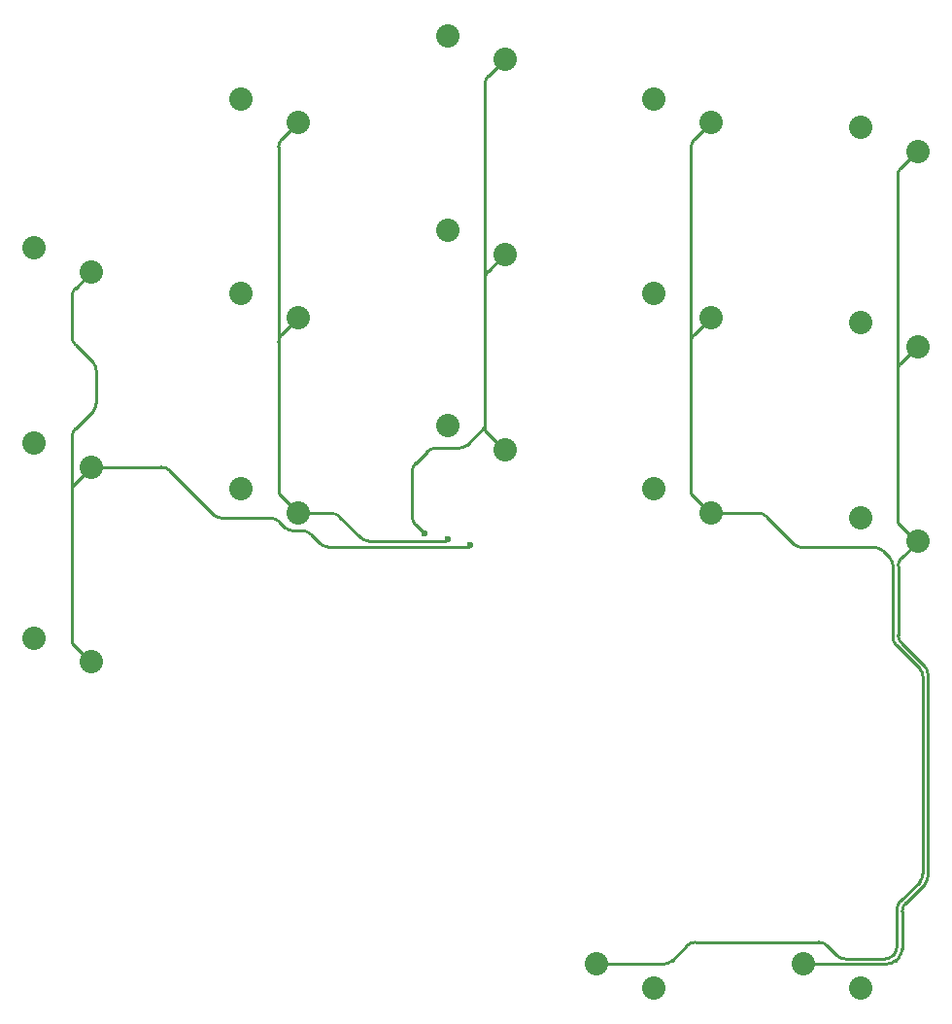
<source format=gtl>
%TF.GenerationSoftware,KiCad,Pcbnew,7.0.9*%
%TF.CreationDate,2025-02-09T18:04:29-08:00*%
%TF.ProjectId,Dyad_left_routes,44796164-5f6c-4656-9674-5f726f757465,v1.0.0*%
%TF.SameCoordinates,Original*%
%TF.FileFunction,Copper,L1,Top*%
%TF.FilePolarity,Positive*%
%FSLAX46Y46*%
G04 Gerber Fmt 4.6, Leading zero omitted, Abs format (unit mm)*
G04 Created by KiCad (PCBNEW 7.0.9) date 2025-02-09 18:04:29*
%MOMM*%
%LPD*%
G01*
G04 APERTURE LIST*
%TA.AperFunction,ComponentPad*%
%ADD10C,0.600000*%
%TD*%
%TA.AperFunction,ComponentPad*%
%ADD11C,2.032000*%
%TD*%
%TA.AperFunction,Conductor*%
%ADD12C,0.250000*%
%TD*%
G04 APERTURE END LIST*
D10*
%TO.P,,1*%
%TO.N,C2v*%
X34000000Y15000000D03*
%TD*%
D11*
%TO.P,S9,1*%
%TO.N,C2v*%
X41000000Y56300000D03*
%TO.P,S9,2*%
%TO.N,R0M*%
X36000000Y58400000D03*
%TD*%
%TO.P,S1,1*%
%TO.N,C4v*%
X5000000Y3800000D03*
%TO.P,S1,2*%
%TO.N,R2P*%
X0Y5900000D03*
%TD*%
%TO.P,S6,1*%
%TO.N,C3v*%
X23000000Y50800000D03*
%TO.P,S6,2*%
%TO.N,R0R*%
X18000000Y52900000D03*
%TD*%
D10*
%TO.P,,1*%
%TO.N,C4v*%
X38000000Y14000000D03*
%TD*%
D11*
%TO.P,S10,1*%
%TO.N,C1*%
X59000000Y16800000D03*
%TO.P,S10,2*%
%TO.N,R2I*%
X54000000Y18900000D03*
%TD*%
%TO.P,S5,1*%
%TO.N,C3v*%
X23000000Y33800000D03*
%TO.P,S5,2*%
%TO.N,R1R*%
X18000000Y35900000D03*
%TD*%
%TO.P,S3,1*%
%TO.N,C4v*%
X5000000Y37800000D03*
%TO.P,S3,2*%
%TO.N,R0P*%
X0Y39900000D03*
%TD*%
%TO.P,S15,1*%
%TO.N,C0*%
X77000000Y48300000D03*
%TO.P,S15,2*%
%TO.N,R0i*%
X72000000Y50400000D03*
%TD*%
%TO.P,S14,1*%
%TO.N,C0*%
X77000000Y31300000D03*
%TO.P,S14,2*%
%TO.N,R1i*%
X72000000Y33400000D03*
%TD*%
%TO.P,S13,1*%
%TO.N,C0*%
X77000000Y14300000D03*
%TO.P,S13,2*%
%TO.N,R2i*%
X72000000Y16400000D03*
%TD*%
%TO.P,S4,1*%
%TO.N,C3v*%
X23000000Y16800000D03*
%TO.P,S4,2*%
%TO.N,R2R*%
X18000000Y18900000D03*
%TD*%
%TO.P,S16,1*%
%TO.N,C0*%
X67000000Y-22500000D03*
%TO.P,S16,2*%
%TO.N,R3i*%
X72000000Y-24600000D03*
%TD*%
%TO.P,S2,1*%
%TO.N,C4v*%
X5000000Y20800000D03*
%TO.P,S2,2*%
%TO.N,R1P*%
X0Y22900000D03*
%TD*%
%TO.P,S7,1*%
%TO.N,C2v*%
X41000000Y22300000D03*
%TO.P,S7,2*%
%TO.N,R2M*%
X36000000Y24400000D03*
%TD*%
%TO.P,S17,1*%
%TO.N,C1*%
X49000000Y-22500000D03*
%TO.P,S17,2*%
%TO.N,R3I*%
X54000000Y-24600000D03*
%TD*%
%TO.P,S8,1*%
%TO.N,C2v*%
X41000000Y39300000D03*
%TO.P,S8,2*%
%TO.N,R1M*%
X36000000Y41400000D03*
%TD*%
D10*
%TO.P,,1*%
%TO.N,C3v*%
X36000000Y14500000D03*
%TD*%
D11*
%TO.P,S12,1*%
%TO.N,C1*%
X59000000Y50800000D03*
%TO.P,S12,2*%
%TO.N,R0I*%
X54000000Y52900000D03*
%TD*%
%TO.P,S11,1*%
%TO.N,C1*%
X59000000Y33800000D03*
%TO.P,S11,2*%
%TO.N,R1I*%
X54000000Y35900000D03*
%TD*%
D12*
%TO.N,C4v*%
X20624592Y16338662D02*
X16353020Y16338662D01*
X4988806Y3788662D02*
X3288806Y5488662D01*
X24870913Y14156555D02*
X24081699Y14945769D01*
X3288806Y9938662D02*
X3288806Y5788662D01*
X21845913Y15531555D02*
X21331699Y16045769D01*
X3288806Y19088662D02*
X3288806Y18038662D01*
X37863806Y13863662D02*
X25888806Y13863662D01*
X25888806Y13863662D02*
X25578020Y13863662D01*
X4988806Y20788662D02*
X3288806Y19088662D01*
X3581699Y24131555D02*
X5095913Y25645769D01*
X37988806Y13988662D02*
X37863806Y13863662D01*
X3288806Y19088662D02*
X3288806Y23424448D01*
X5095913Y29931555D02*
X3581699Y31445769D01*
X15645913Y16631555D02*
X11781699Y20495769D01*
X3288806Y18038662D02*
X3288806Y9938662D01*
X3288806Y32152876D02*
X3288806Y35674448D01*
X5388806Y26352876D02*
X5388806Y29224448D01*
X11074592Y20788662D02*
X4988806Y20788662D01*
X3581699Y36381555D02*
X4988806Y37788662D01*
X23374592Y15238662D02*
X22553020Y15238662D01*
X3288806Y5488662D02*
X3288806Y5788662D01*
X3288802Y32152876D02*
G75*
G03*
X3581700Y31445770I999998J4D01*
G01*
X24081695Y14945765D02*
G75*
G03*
X23374592Y15238662I-707095J-707065D01*
G01*
X3581699Y36381555D02*
G75*
G03*
X3288806Y35674448I707101J-707105D01*
G01*
X21331695Y16045765D02*
G75*
G03*
X20624592Y16338662I-707095J-707065D01*
G01*
X5388806Y29224448D02*
G75*
G03*
X5095913Y29931555I-999996J2D01*
G01*
X5095910Y25645772D02*
G75*
G03*
X5388806Y26352876I-707100J707108D01*
G01*
X3581699Y24131555D02*
G75*
G03*
X3288806Y23424448I707101J-707105D01*
G01*
X11781695Y20495765D02*
G75*
G03*
X11074592Y20788662I-707095J-707065D01*
G01*
X24870895Y14156537D02*
G75*
G03*
X25578020Y13863662I707105J707163D01*
G01*
X15645895Y16631537D02*
G75*
G03*
X16353020Y16338662I707105J707163D01*
G01*
X21845895Y15531537D02*
G75*
G03*
X22553020Y15238662I707105J707163D01*
G01*
%TO.N,C3v*%
X29128020Y14363662D02*
X35863806Y14363662D01*
X21288806Y31674448D02*
X21288806Y31038662D01*
X22988806Y33788662D02*
X21581699Y32381555D01*
X22988806Y16788662D02*
X21288806Y18488662D01*
X21288806Y48674448D02*
X21288806Y31038662D01*
X21288806Y31038662D02*
X21288806Y18788662D01*
X21288806Y18488662D02*
X21288806Y18788662D01*
X26581699Y16495769D02*
X28420913Y14656555D01*
X22988806Y50788662D02*
X21581699Y49381555D01*
X35863806Y14363662D02*
X35988806Y14488662D01*
X25874592Y16788662D02*
X22988806Y16788662D01*
X21581724Y49381530D02*
G75*
G03*
X21288806Y48674448I707076J-707130D01*
G01*
X26581695Y16495765D02*
G75*
G03*
X25874592Y16788662I-707095J-707065D01*
G01*
X21581724Y32381530D02*
G75*
G03*
X21288806Y31674448I707076J-707130D01*
G01*
X28420895Y14656537D02*
G75*
G03*
X29128020Y14363662I707105J707163D01*
G01*
%TO.N,C2v*%
X40988806Y22288662D02*
X39288806Y23988662D01*
X34245913Y22145769D02*
X33231699Y21131555D01*
X39288806Y36538662D02*
X39288806Y24288662D01*
X33231699Y15745769D02*
X33988806Y14988662D01*
X40988806Y39288662D02*
X39581699Y37881555D01*
X32938806Y20424448D02*
X32938806Y16452876D01*
X39288806Y37174448D02*
X39288806Y36538662D01*
X40988806Y56288662D02*
X39581699Y54881555D01*
X39288806Y54174448D02*
X39288806Y36538662D01*
X39288806Y23988662D02*
X39288806Y24288662D01*
X39288806Y24288662D02*
X37731699Y22731555D01*
X37024592Y22438662D02*
X34953020Y22438662D01*
X33231674Y21131580D02*
G75*
G03*
X32938806Y20424448I707126J-707080D01*
G01*
X39581724Y37881530D02*
G75*
G03*
X39288806Y37174448I707076J-707130D01*
G01*
X39581724Y54881530D02*
G75*
G03*
X39288806Y54174448I707076J-707130D01*
G01*
X32938787Y16452876D02*
G75*
G03*
X33231699Y15745769I1000013J24D01*
G01*
X37024592Y22438679D02*
G75*
G03*
X37731699Y22731555I8J1000021D01*
G01*
X34953020Y22438659D02*
G75*
G03*
X34245913Y22145769I-20J-999959D01*
G01*
%TO.N,C1*%
X57238806Y48649448D02*
X57238806Y31013662D01*
X68374592Y-20611338D02*
X57603020Y-20611338D01*
X77438806Y2538052D02*
X77438806Y-14660728D01*
X75131699Y5259373D02*
X77145913Y3245159D01*
X74895913Y-21717835D02*
X74845303Y-21768445D01*
X74838806Y12174448D02*
X74838806Y5966480D01*
X63781699Y16495769D02*
X66195913Y14081555D01*
X54874592Y-22511338D02*
X48988806Y-22511338D01*
X77145913Y-15367835D02*
X75481699Y-17032049D01*
X58988806Y16788662D02*
X63074592Y16788662D01*
X58938806Y50763662D02*
X57531699Y49356555D01*
X57238806Y31013662D02*
X57238806Y18763662D01*
X58938806Y16763662D02*
X57238806Y18463662D01*
X58938806Y33763662D02*
X57531699Y32356555D01*
X74138196Y-22061338D02*
X70653020Y-22061338D01*
X75188806Y-17739156D02*
X75188806Y-21010728D01*
X66903020Y13788662D02*
X73224592Y13788662D01*
X57238806Y31649448D02*
X57238806Y31013662D01*
X56895913Y-20904231D02*
X55581699Y-22218445D01*
X73931699Y13495769D02*
X74545913Y12881555D01*
X69945913Y-21768445D02*
X69081699Y-20904231D01*
X57238806Y18463662D02*
X57238806Y18763662D01*
X57603020Y-20611341D02*
G75*
G03*
X56895913Y-20904231I-20J-999959D01*
G01*
X74838790Y5966480D02*
G75*
G03*
X75131699Y5259373I1000010J20D01*
G01*
X69945895Y-21768463D02*
G75*
G03*
X70653020Y-22061338I707105J707163D01*
G01*
X74895900Y-21717822D02*
G75*
G03*
X75188806Y-21010728I-707100J707122D01*
G01*
X54874592Y-22511321D02*
G75*
G03*
X55581699Y-22218445I8J1000021D01*
G01*
X74838767Y12174448D02*
G75*
G03*
X74545912Y12881554I-999967J52D01*
G01*
X77438770Y2538052D02*
G75*
G03*
X77145913Y3245159I-999970J48D01*
G01*
X75481722Y-17032072D02*
G75*
G03*
X75188806Y-17739156I707078J-707128D01*
G01*
X63781695Y16495765D02*
G75*
G03*
X63074592Y16788662I-707095J-707065D01*
G01*
X74138196Y-22061324D02*
G75*
G03*
X74845303Y-21768445I4J1000024D01*
G01*
X66195895Y14081537D02*
G75*
G03*
X66903020Y13788662I707105J707163D01*
G01*
X57531724Y49356530D02*
G75*
G03*
X57238806Y48649448I707076J-707130D01*
G01*
X57531724Y32356530D02*
G75*
G03*
X57238806Y31649448I707076J-707130D01*
G01*
X69081695Y-20904235D02*
G75*
G03*
X68374592Y-20611338I-707095J-707065D01*
G01*
X77145900Y-15367822D02*
G75*
G03*
X77438806Y-14660728I-707100J707122D01*
G01*
X73931695Y13495765D02*
G75*
G03*
X73224592Y13788662I-707095J-707065D01*
G01*
%TO.N,C0*%
X75288806Y12174448D02*
X75288806Y6152876D01*
X75238806Y15963662D02*
X75238806Y16263662D01*
X75238806Y29149448D02*
X75238806Y28513662D01*
X74324592Y-22511338D02*
X66988806Y-22511338D01*
X75238806Y28513662D02*
X75238806Y16263662D01*
X76938806Y14263662D02*
X75238806Y15963662D01*
X76938806Y31263662D02*
X75531699Y29856555D01*
X77595913Y-15554231D02*
X75931699Y-17218445D01*
X75238806Y46149448D02*
X75238806Y28513662D01*
X76988806Y14288662D02*
X75581699Y12881555D01*
X75581699Y5445769D02*
X77595913Y3431555D01*
X75638806Y-17925552D02*
X75638806Y-21197124D01*
X77888806Y2724448D02*
X77888806Y-14847124D01*
X76938806Y48263662D02*
X75531699Y46856555D01*
X75345913Y-21904231D02*
X75031699Y-22218445D01*
X75531674Y46856580D02*
G75*
G03*
X75238806Y46149448I707126J-707080D01*
G01*
X77888767Y2724448D02*
G75*
G03*
X77595912Y3431554I-999967J52D01*
G01*
X75345902Y-21904220D02*
G75*
G03*
X75638806Y-21197124I-707102J707120D01*
G01*
X75288787Y6152876D02*
G75*
G03*
X75581699Y5445769I1000013J24D01*
G01*
X75581674Y12881580D02*
G75*
G03*
X75288806Y12174448I707126J-707080D01*
G01*
X75931674Y-17218420D02*
G75*
G03*
X75638806Y-17925552I707126J-707080D01*
G01*
X77595902Y-15554220D02*
G75*
G03*
X77888806Y-14847124I-707102J707120D01*
G01*
X74324592Y-22511321D02*
G75*
G03*
X75031699Y-22218445I8J1000021D01*
G01*
X75531724Y29856530D02*
G75*
G03*
X75238806Y29149448I707076J-707130D01*
G01*
%TD*%
M02*

</source>
